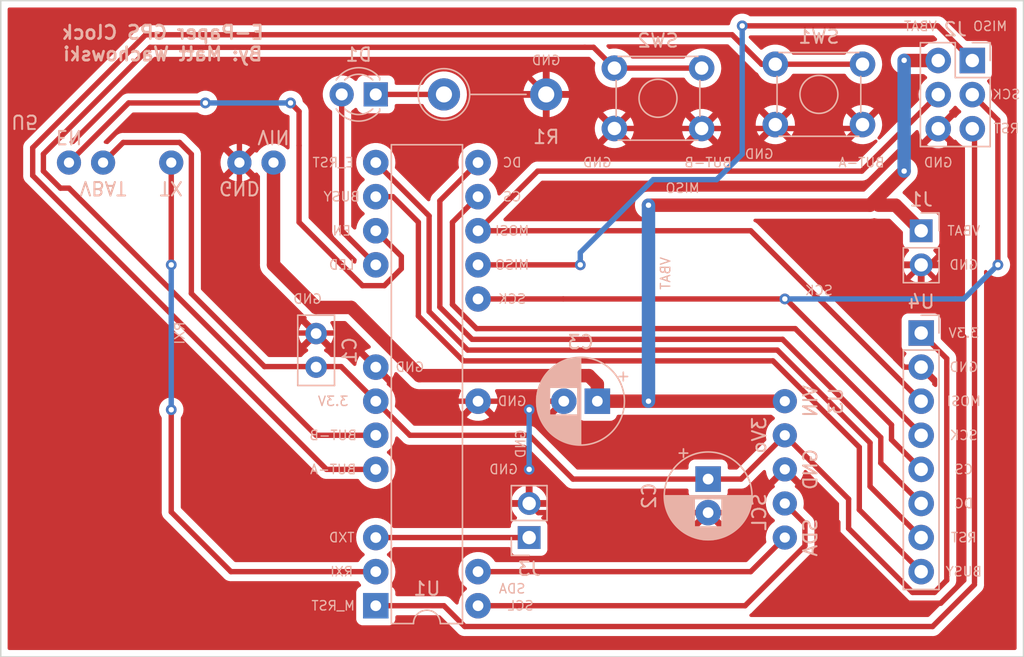
<source format=kicad_pcb>
(kicad_pcb (version 20211014) (generator pcbnew)
  (layers (0 "F.Cu" signal) (31 "B.Cu" signal) (34 "B.Paste" user) (35 "F.Paste" user) (36 "B.SilkS" user "B.Silkscreen") (37 "F.SilkS" user "F.Silkscreen") (38 "B.Mask" user) (39 "F.Mask" user) (44 "Edge.Cuts" user))
  (net 0 "")
  (net 1 "/M_RST")
  (net 2 "/RXI")
  (net 3 "Net-(D1-Pad2)")
  (net 4 "/BUT_A")
  (net 5 "/BUT_B")
  (net 6 "/3.3V")
  (net 7 "GND")
  (net 8 "/EN")
  (net 9 "Net-(D1-Pad1)")
  (net 10 "/BUSY")
  (net 11 "/E_RST")
  (net 12 "/DC")
  (net 13 "/CS")
  (net 14 "/MOSI")
  (net 15 "/MISO")
  (net 16 "/SCK")
  (net 17 "/SDA")
  (net 18 "/SCL")
  (net 19 "/VBAT")
  (net 20 "/TXD")
  (footprint "Button_Switch_THT:SW_TH_Tactile_Omron_B3F-10xx" (layer "B.Cu") (at 115.72 92.02 180)
    (fp_text reference "SW2" (at 3.25 2.05) (layer "B.SilkS") (effects (justify mirror)))
    (fp_text value "SW_Push")
    (pad "1" thru_hole circle (at 6.5 0 180) (size 1.9 1.9) (drill 1) (layers *.Cu *.Mask) (net 5 "/BUT_B"))
    (pad "1" thru_hole circle (at 0 0 180) (size 1.9 1.9) (drill 1) (layers *.Cu *.Mask) (net 5 "/BUT_B"))
    (pad "2" thru_hole circle (at 6.5 -4.5 180) (size 1.9 1.9) (drill 1) (layers *.Cu *.Mask) (net 7 "GND"))
    (pad "2" thru_hole circle (at 0 -4.5 180) (size 1.9 1.9) (drill 1) (layers *.Cu *.Mask) (net 7 "GND"))
  )
  (footprint "Connector_PinHeader_2.54mm:PinHeader_2x03_P2.54mm_Vertical" (layer "B.Cu") (at 135.89 91.455 180)
    (fp_text reference "J2" (at 1.27 2.33) (layer "B.SilkS") (effects (justify mirror)))
    (fp_text value "ISP")
    (pad "1" thru_hole rect (at 0 0 180) (size 1.9 1.9) (drill 1) (layers *.Cu *.Mask) (net 15 "/MISO"))
    (pad "2" thru_hole circle (at 2.54 0 180) (size 1.9 1.9) (drill 1) (layers *.Cu *.Mask) (net 19 "/VBAT"))
    (pad "3" thru_hole circle (at 0 -2.54 180) (size 1.9 1.9) (drill 1) (layers *.Cu *.Mask) (net 16 "/SCK"))
    (pad "4" thru_hole circle (at 2.54 -2.54 180) (size 1.9 1.9) (drill 1) (layers *.Cu *.Mask) (net 14 "/MOSI"))
    (pad "5" thru_hole circle (at 0 -5.08 180) (size 1.9 1.9) (drill 1) (layers *.Cu *.Mask) (net 1 "/M_RST"))
    (pad "6" thru_hole circle (at 2.54 -5.08 180) (size 1.9 1.9) (drill 1) (layers *.Cu *.Mask) (net 7 "GND"))
  )
  (footprint "Matt:Adafruit_GPS_V3" (layer "B.Cu") (at 66.04 99.06)
    (fp_text reference "U5" (at -0.762 -3.048 180 unlocked) (layer "B.SilkS") (effects (justify mirror)))
    (fp_text value "Adafruit_GPS_V3")
    (fp_text user "EN" (at 2.54 -1.905 180 unlocked) (layer "B.SilkS") (effects (justify mirror)))
    (fp_text user "TX" (at 10.16 1.905 180 unlocked) (layer "B.SilkS") (effects (justify mirror)))
    (fp_text user "GND" (at 15.24 1.905 180 unlocked) (layer "B.SilkS") (effects (justify mirror)))
    (fp_text user "VBAT" (at 5.08 1.905 180 unlocked) (layer "B.SilkS") (effects (justify mirror)))
    (fp_text user "VIN" (at 17.78 -1.905 180 unlocked) (layer "B.SilkS") (effects (justify mirror)))
    (pad "2" thru_hole circle (at 2.54 0) (size 1.8 1.8) (drill 0.762) (layers *.Cu *.Mask) (net 8 "/EN"))
    (pad "3" thru_hole circle (at 5.08 0) (size 1.8 1.8) (drill 0.762) (layers *.Cu *.Mask) (net 6 "/3.3V"))
    (pad "5" thru_hole circle (at 10.16 0) (size 1.8 1.8) (drill 0.762) (layers *.Cu *.Mask) (net 2 "/RXI"))
    (pad "7" thru_hole circle (at 15.24 0) (size 1.8 1.8) (drill 0.762) (layers *.Cu *.Mask) (net 7 "GND"))
    (pad "8" thru_hole circle (at 17.78 0) (size 1.8 1.8) (drill 0.762) (layers *.Cu *.Mask) (net 19 "/VBAT"))
  )
  (footprint "Connector_PinHeader_2.54mm:PinHeader_1x02_P2.54mm_Vertical" (layer "B.Cu") (at 102.87 127)
    (fp_text reference "J3" (at 0 2.33) (layer "B.SilkS") (effects (justify mirror)))
    (fp_text value "UART Debug")
    (pad "1" thru_hole rect (at 0 0) (size 1.7 1.7) (drill 1) (layers *.Cu *.Mask) (net 20 "/TXD"))
    (pad "2" thru_hole oval (at 0 -2.54) (size 1.7 1.7) (drill 1) (layers *.Cu *.Mask) (net 7 "GND"))
  )
  (footprint "Matt:Adafruit_MS8607" (layer "B.Cu") (at 121.92 116.84 -90)
    (fp_text reference "U3" (at 0 -3.81 90 unlocked) (layer "B.SilkS") (effects (justify mirror)))
    (fp_text value "Adafruit_MS8607")
    (fp_text user "GND" (at 5.08 -1.905 90 unlocked) (layer "B.SilkS") (effects (justify mirror)))
    (fp_text user "SDA" (at 10.16 -1.905 90 unlocked) (layer "B.SilkS") (effects (justify mirror)))
    (fp_text user "SCL" (at 8.255 1.905 90 unlocked) (layer "B.SilkS") (effects (justify mirror)))
    (fp_text user "VIN" (at 0 -1.905 90 unlocked) (layer "B.SilkS") (effects (justify mirror)))
    (fp_text user "3Vo" (at 2.54 1.905 90 unlocked) (layer "B.SilkS") (effects (justify mirror)))
    (pad "1" thru_hole circle (at 0 0 270) (size 1.8 1.8) (drill 0.762) (layers *.Cu *.Mask) (net 19 "/VBAT"))
    (pad "2" thru_hole circle (at 2.54 0 270) (size 1.8 1.8) (drill 0.762) (layers *.Cu *.Mask) (net 6 "/3.3V"))
    (pad "3" thru_hole circle (at 5.08 0 270) (size 1.8 1.8) (drill 0.762) (layers *.Cu *.Mask) (net 7 "GND"))
    (pad "4" thru_hole circle (at 7.62 0 270) (size 1.8 1.8) (drill 0.762) (layers *.Cu *.Mask) (net 18 "/SCL"))
    (pad "5" thru_hole circle (at 10.16 0 270) (size 1.8 1.8) (drill 0.762) (layers *.Cu *.Mask) (net 17 "/SDA"))
  )
  (footprint "LED_THT:LED_D3.0mm" (layer "B.Cu") (at 91.44 93.98 180)
    (fp_text reference "D1" (at 1.27 2.96) (layer "B.SilkS") (effects (justify mirror)))
    (fp_text value "LED")
    (pad "1" thru_hole rect (at 0 0 180) (size 1.8 1.8) (drill 0.9) (layers *.Cu *.Mask) (net 9 "Net-(D1-Pad1)"))
    (pad "2" thru_hole circle (at 2.54 0 180) (size 1.8 1.8) (drill 0.9) (layers *.Cu *.Mask) (net 3 "Net-(D1-Pad2)"))
  )
  (footprint "Resistor_THT:R_Axial_DIN0411_L9.9mm_D3.6mm_P7.62mm_Vertical" (layer "B.Cu") (at 96.52 93.98)
    (fp_text reference "R1" (at 7.62 3.175) (layer "B.SilkS") (effects (justify mirror)))
    (fp_text value "10k")
    (pad "1" thru_hole circle (at 0 0) (size 2.4 2.4) (drill 1.2) (layers *.Cu *.Mask) (net 9 "Net-(D1-Pad1)"))
    (pad "2" thru_hole oval (at 7.62 0) (size 2.4 2.4) (drill 1.2) (layers *.Cu *.Mask) (net 7 "GND"))
  )
  (footprint "Button_Switch_THT:SW_TH_Tactile_Omron_B3F-10xx" (layer "B.Cu") (at 127.71 91.73 180)
    (fp_text reference "SW1" (at 3.25 2.05) (layer "B.SilkS") (effects (justify mirror)))
    (fp_text value "SW_Push")
    (pad "1" thru_hole circle (at 0 0 180) (size 1.9 1.9) (drill 1) (layers *.Cu *.Mask) (net 4 "/BUT_A"))
    (pad "1" thru_hole circle (at 6.5 0 180) (size 1.9 1.9) (drill 1) (layers *.Cu *.Mask) (net 4 "/BUT_A"))
    (pad "2" thru_hole circle (at 6.5 -4.5 180) (size 1.9 1.9) (drill 1) (layers *.Cu *.Mask) (net 7 "GND"))
    (pad "2" thru_hole circle (at 0 -4.5 180) (size 1.9 1.9) (drill 1) (layers *.Cu *.Mask) (net 7 "GND"))
  )
  (footprint "Capacitor_THT:C_Disc_D5.0mm_W2.5mm_P2.50mm" (layer "B.Cu") (at 86.995 114.3 90)
    (fp_text reference "C1" (at 1.25 2.5 90) (layer "B.SilkS") (effects (justify mirror)))
    (fp_text value "100n")
    (pad "1" thru_hole circle (at 0 0 90) (size 1.6 1.6) (drill 0.8) (layers *.Cu *.Mask) (net 6 "/3.3V"))
    (pad "2" thru_hole circle (at 2.5 0 90) (size 1.6 1.6) (drill 0.8) (layers *.Cu *.Mask) (net 7 "GND"))
  )
  (footprint "Connector_PinHeader_2.54mm:PinHeader_1x08_P2.54mm_Vertical" (layer "B.Cu") (at 132.08 111.76 180)
    (fp_text reference "U4" (at 0 2.33) (layer "B.SilkS") (effects (justify mirror)))
    (fp_text value "E-Paper_Header")
    (pad "1" thru_hole rect (at 0 0 180) (size 1.9 1.9) (drill 1) (layers *.Cu *.Mask) (net 6 "/3.3V"))
    (pad "2" thru_hole circle (at 0 -2.54 180) (size 1.9 1.9) (drill 1) (layers *.Cu *.Mask) (net 7 "GND"))
    (pad "3" thru_hole circle (at 0 -5.08 180) (size 1.9 1.9) (drill 1) (layers *.Cu *.Mask) (net 14 "/MOSI"))
    (pad "4" thru_hole circle (at 0 -7.62 180) (size 1.9 1.9) (drill 1) (layers *.Cu *.Mask) (net 16 "/SCK"))
    (pad "5" thru_hole circle (at 0 -10.16 180) (size 1.9 1.9) (drill 1) (layers *.Cu *.Mask) (net 13 "/CS"))
    (pad "6" thru_hole circle (at 0 -12.7 180) (size 1.9 1.9) (drill 1) (layers *.Cu *.Mask) (net 12 "/DC"))
    (pad "7" thru_hole circle (at 0 -15.24 180) (size 1.9 1.9) (drill 1) (layers *.Cu *.Mask) (net 11 "/E_RST"))
    (pad "8" thru_hole circle (at 0 -17.78 180) (size 1.9 1.9) (drill 1) (layers *.Cu *.Mask) (net 10 "/BUSY"))
  )
  (footprint "Capacitor_THT:CP_Radial_D6.3mm_P2.50mm" (layer "B.Cu") (at 107.95 116.84 180)
    (fp_text reference "C3" (at 1.25 4.4) (layer "B.SilkS") (effects (justify mirror)))
    (fp_text value "10u")
    (pad "1" thru_hole rect (at 0 0 180) (size 1.9 1.9) (drill 0.8) (layers *.Cu *.Mask) (net 19 "/VBAT"))
    (pad "2" thru_hole circle (at 2.5 0 180) (size 1.9 1.9) (drill 0.8) (layers *.Cu *.Mask) (net 7 "GND"))
  )
  (footprint "Capacitor_THT:CP_Radial_D6.3mm_P2.50mm" (layer "B.Cu") (at 116.205 122.642621 -90)
    (fp_text reference "C2" (at 1.25 4.4 90) (layer "B.SilkS") (effects (justify mirror)))
    (fp_text value "10u")
    (pad "1" thru_hole rect (at 0 0 270) (size 1.9 1.9) (drill 0.8) (layers *.Cu *.Mask) (net 6 "/3.3V"))
    (pad "2" thru_hole circle (at 2.5 0 270) (size 1.9 1.9) (drill 0.8) (layers *.Cu *.Mask) (net 7 "GND"))
  )
  (footprint "Package_DIP:DIP-28_W7.62mm" (layer "B.Cu") (at 91.44 132.08)
    (fp_text reference "U1" (at 3.81 -1.27 180) (layer "B.SilkS") (effects (justify mirror)))
    (fp_text value "ATmega328P-P")
    (pad "1" thru_hole rect (at 0 0) (size 1.9 1.9) (drill 0.8) (layers *.Cu *.Mask) (net 1 "/M_RST"))
    (pad "2" thru_hole circle (at 0 -2.54) (size 1.9 1.9) (drill 0.8) (layers *.Cu *.Mask) (net 2 "/RXI"))
    (pad "3" thru_hole circle (at 0 -5.08) (size 1.9 1.9) (drill 0.8) (layers *.Cu *.Mask) (net 20 "/TXD"))
    (pad "5" thru_hole circle (at 0 -10.16) (size 1.9 1.9) (drill 0.8) (layers *.Cu *.Mask) (net 4 "/BUT_A"))
    (pad "6" thru_hole circle (at 0 -12.7) (size 1.9 1.9) (drill 0.8) (layers *.Cu *.Mask) (net 5 "/BUT_B"))
    (pad "7" thru_hole circle (at 0 -15.24) (size 1.9 1.9) (drill 0.8) (layers *.Cu *.Mask) (net 6 "/3.3V"))
    (pad "8" thru_hole circle (at 0 -17.78) (size 1.9 1.9) (drill 0.8) (layers *.Cu *.Mask) (net 7 "GND"))
    (pad "11" thru_hole circle (at 0 -25.4) (size 1.9 1.9) (drill 0.8) (layers *.Cu *.Mask) (net 3 "Net-(D1-Pad2)"))
    (pad "12" thru_hole circle (at 0 -27.94) (size 1.9 1.9) (drill 0.8) (layers *.Cu *.Mask) (net 8 "/EN"))
    (pad "13" thru_hole circle (at 0 -30.48) (size 1.9 1.9) (drill 0.8) (layers *.Cu *.Mask) (net 10 "/BUSY"))
    (pad "14" thru_hole circle (at 0 -33.02) (size 1.9 1.9) (drill 0.8) (layers *.Cu *.Mask) (net 11 "/E_RST"))
    (pad "15" thru_hole circle (at 7.62 -33.02) (size 1.9 1.9) (drill 0.8) (layers *.Cu *.Mask) (net 12 "/DC"))
    (pad "16" thru_hole circle (at 7.62 -30.48) (size 1.9 1.9) (drill 0.8) (layers *.Cu *.Mask) (net 13 "/CS"))
    (pad "17" thru_hole circle (at 7.62 -27.94) (size 1.9 1.9) (drill 0.8) (layers *.Cu *.Mask) (net 14 "/MOSI"))
    (pad "18" thru_hole circle (at 7.62 -25.4) (size 1.9 1.9) (drill 0.8) (layers *.Cu *.Mask) (net 15 "/MISO"))
    (pad "19" thru_hole circle (at 7.62 -22.86) (size 1.9 1.9) (drill 0.8) (layers *.Cu *.Mask) (net 16 "/SCK"))
    (pad "22" thru_hole circle (at 7.62 -15.24) (size 1.9 1.9) (drill 0.8) (layers *.Cu *.Mask) (net 7 "GND"))
    (pad "27" thru_hole circle (at 7.62 -2.54) (size 1.9 1.9) (drill 0.8) (layers *.Cu *.Mask) (net 17 "/SDA"))
    (pad "28" thru_hole circle (at 7.62 0) (size 1.9 1.9) (drill 0.8) (layers *.Cu *.Mask) (net 18 "/SCL"))
  )
  (footprint "Connector_PinHeader_2.54mm:PinHeader_1x02_P2.54mm_Vertical" (layer "B.Cu") (at 132.08 104.14 180)
    (fp_text reference "J1" (at 0 2.33) (layer "B.SilkS") (effects (justify mirror)))
    (fp_text value "AAA Input (4-6V)")
    (pad "1" thru_hole rect (at 0 0 180) (size 1.7 1.7) (drill 1) (layers *.Cu *.Mask) (net 19 "/VBAT"))
    (pad "2" thru_hole oval (at 0 -2.54 180) (size 1.7 1.7) (drill 1) (layers *.Cu *.Mask) (net 7 "GND"))
  )
  (gr_line (start 63.5 86.995) (end 139.7 86.995) (layer "Edge.Cuts") (width 0.1))
  (gr_line (start 139.7 135.89) (end 139.7 86.995) (layer "Edge.Cuts") (width 0.1))
  (gr_line (start 63.5 135.89) (end 139.7 135.89) (layer "Edge.Cuts") (width 0.1))
  (gr_line (start 63.5 86.995) (end 63.5 135.89) (layer "Edge.Cuts") (width 0.1))
  (gr_text "GND" (at 93.98 114.3) (layer "B.SilkS") (effects (font (size 0.7 0.7) (thickness 0.1)) (justify mirror)))
  (gr_text "GND" (at 86.36 109.22) (layer "B.SilkS") (effects (font (size 0.7 0.7) (thickness 0.1)) (justify mirror)))
  (gr_text "SCK" (at 138.43 93.98) (layer "B.SilkS") (effects (font (size 0.7 0.7) (thickness 0.1)) (justify mirror)))
  (gr_text "TXD" (at 88.9 127) (layer "B.SilkS") (effects (font (size 0.7 0.7) (thickness 0.1)) (justify mirror)))
  (gr_text "GND" (at 104.14 91.44) (layer "B.SilkS") (effects (font (size 0.7 0.7) (thickness 0.1)) (justify mirror)))
  (gr_text "RST" (at 135.255 127) (layer "B.SilkS") (effects (font (size 0.7 0.7) (thickness 0.1)) (justify mirror)))
  (gr_text "3.3V" (at 88.265 116.84) (layer "B.SilkS") (effects (font (size 0.7 0.7) (thickness 0.1)) (justify mirror)))
  (gr_text "SCL" (at 102.235 132.08) (layer "B.SilkS") (effects (font (size 0.7 0.7) (thickness 0.1)) (justify mirror)))
  (gr_text "E-Paper GPS Clock\nBy: Matt Wachowski" (at 75.565 90.17) (layer "B.SilkS") (effects (font (size 1 1) (thickness 0.2)) (justify mirror)))
  (gr_text "RXI" (at 88.9 129.54) (layer "B.SilkS") (effects (font (size 0.7 0.7) (thickness 0.1)) (justify mirror)))
  (gr_text "BUT-A" (at 127.635 99.06) (layer "B.SilkS") (effects (font (size 0.7 0.7) (thickness 0.1)) (justify mirror)))
  (gr_text "DC" (at 135.255 124.46) (layer "B.SilkS") (effects (font (size 0.7 0.7) (thickness 0.1)) (justify mirror)))
  (gr_text "SCK" (at 124.46 108.585) (layer "B.SilkS") (effects (font (size 0.7 0.7) (thickness 0.1)) (justify mirror)))
  (gr_text "GND" (at 102.235 120.015 90) (layer "B.SilkS") (effects (font (size 0.7 0.7) (thickness 0.1)) (justify mirror)))
  (gr_text "BUSY" (at 88.9 101.6) (layer "B.SilkS") (effects (font (size 0.7 0.7) (thickness 0.1)) (justify mirror)))
  (gr_text "DC" (at 101.6 99.06) (layer "B.SilkS") (effects (font (size 0.7 0.7) (thickness 0.1)) (justify mirror)))
  (gr_text "SDA" (at 101.6 130.81) (layer "B.SilkS") (effects (font (size 0.7 0.7) (thickness 0.1)) (justify mirror)))
  (gr_text "GND" (at 135.255 106.68) (layer "B.SilkS") (effects (font (size 0.7 0.7) (thickness 0.1)) (justify mirror)))
  (gr_text "MISO" (at 137.22 88.9) (layer "B.SilkS") (effects (font (size 0.7 0.7) (thickness 0.1)) (justify mirror)))
  (gr_text "SCK" (at 135.255 119.38) (layer "B.SilkS") (effects (font (size 0.7 0.7) (thickness 0.1)) (justify mirror)))
  (gr_text "GND" (at 135.255 114.3) (layer "B.SilkS") (effects (font (size 0.7 0.7) (thickness 0.1)) (justify mirror)))
  (gr_text "GND" (at 100.965 121.92) (layer "B.SilkS") (effects (font (size 0.7 0.7) (thickness 0.1)) (justify mirror)))
  (gr_text "RXI" (at 76.835 111.76 90) (layer "B.SilkS") (effects (font (size 0.7 0.7) (thickness 0.1)) (justify mirror)))
  (gr_text "BUT-A" (at 88.265 121.92) (layer "B.SilkS") (effects (font (size 0.7 0.7) (thickness 0.1)) (justify mirror)))
  (gr_text "M_RST" (at 88.265 132.08) (layer "B.SilkS") (effects (font (size 0.7 0.7) (thickness 0.1)) (justify mirror)))
  (gr_text "RST" (at 138.43 96.52) (layer "B.SilkS") (effects (font (size 0.7 0.7) (thickness 0.1)) (justify mirror)))
  (gr_text "VBAT" (at 132.02 88.9) (layer "B.SilkS") (effects (font (size 0.7 0.7) (thickness 0.1)) (justify mirror)))
  (gr_text "GND" (at 101.6 116.84) (layer "B.SilkS") (effects (font (size 0.7 0.7) (thickness 0.1)) (justify mirror)))
  (gr_text "MOSI" (at 135.255 116.84) (layer "B.SilkS") (effects (font (size 0.7 0.7) (thickness 0.1)) (justify mirror)))
  (gr_text "MISO" (at 101.6 106.68) (layer "B.SilkS") (effects (font (size 0.7 0.7) (thickness 0.1)) (justify mirror)))
  (gr_text "E_RST" (at 88.265 99.06) (layer "B.SilkS") (effects (font (size 0.7 0.7) (thickness 0.1)) (justify mirror)))
  (gr_text "LED" (at 88.9 106.68) (layer "B.SilkS") (effects (font (size 0.7 0.7) (thickness 0.1)) (justify mirror)))
  (gr_text "CS" (at 135.255 121.92) (layer "B.SilkS") (effects (font (size 0.7 0.7) (thickness 0.1)) (justify mirror)))
  (gr_text "EN" (at 88.9 104.14) (layer "B.SilkS") (effects (font (size 0.7 0.7) (thickness 0.1)) (justify mirror)))
  (gr_text "GND" (at 107.95 99.06) (layer "B.SilkS") (effects (font (size 0.7 0.7) (thickness 0.1)) (justify mirror)))
  (gr_text "CS" (at 101.6 101.6) (layer "B.SilkS") (effects (font (size 0.7 0.7) (thickness 0.1)) (justify mirror)))
  (gr_text "SCK" (at 101.6 109.22) (layer "B.SilkS") (effects (font (size 0.7 0.7) (thickness 0.1)) (justify mirror)))
  (gr_text "BUSY" (at 135.255 129.54) (layer "B.SilkS") (effects (font (size 0.7 0.7) (thickness 0.1)) (justify mirror)))
  (gr_text "GND" (at 133.35 99.06) (layer "B.SilkS") (effects (font (size 0.7 0.7) (thickness 0.1)) (justify mirror)))
  (gr_text "BUT-B" (at 116.205 99.06) (layer "B.SilkS") (effects (font (size 0.7 0.7) (thickness 0.1)) (justify mirror)))
  (gr_text "VBAT" (at 135.255 104.14) (layer "B.SilkS") (effects (font (size 0.7 0.7) (thickness 0.1)) (justify mirror)))
  (gr_text "VBAT" (at 113.03 107.315 90) (layer "B.SilkS") (effects (font (size 0.7 0.7) (thickness 0.1)) (justify mirror)))
  (gr_text "GND" (at 120.015 98.425) (layer "B.SilkS") (effects (font (size 0.7 0.7) (thickness 0.1)) (justify mirror)))
  (gr_text "MOSI" (at 101.6 104.14) (layer "B.SilkS") (effects (font (size 0.7 0.7) (thickness 0.1)) (justify mirror)))
  (gr_text "MISO" (at 114.3 100.965) (layer "B.SilkS") (effects (font (size 0.7 0.7) (thickness 0.1)) (justify mirror)))
  (gr_text "BUT-B" (at 88.265 119.38) (layer "B.SilkS") (effects (font (size 0.7 0.7) (thickness 0.1)) (justify mirror)))
  (gr_text "3.3V" (at 135.255 111.76) (layer "B.SilkS") (effects (font (size 0.7 0.7) (thickness 0.1)) (justify mirror)))
  (segment (start 136.05452 130.366864) (end 136.05452 96.69452) (width 0.4) (layer "F.Cu") (net 1))
  (segment (start 96.52 132.08) (end 98.069511 133.629511) (width 0.4) (layer "F.Cu") (net 1))
  (segment (start 98.069511 133.629511) (end 132.931181 133.629511) (width 0.4) (layer "F.Cu") (net 1))
  (segment (start 91.44 132.08) (end 96.52 132.08) (width 0.4) (layer "F.Cu") (net 1))
  (segment (start 136.05452 96.69452) (end 135.895 96.535) (width 0.4) (layer "F.Cu") (net 1))
  (segment (start 132.931181 133.629511) (end 136.05452 130.506172) (width 0.4) (layer "F.Cu") (net 1))
  (segment (start 76.2 125.095) (end 76.2 117.475) (width 0.4) (layer "F.Cu") (net 2))
  (segment (start 91.44 129.54) (end 80.645 129.54) (width 0.4) (layer "F.Cu") (net 2))
  (segment (start 80.645 129.54) (end 76.2 125.095) (width 0.4) (layer "F.Cu") (net 2))
  (segment (start 76.2 106.68) (end 76.2 99.06) (width 0.4) (layer "F.Cu") (net 2))
  (via (at 76.2 117.475) (size 0.8) (drill 0.4) (layers "F.Cu" "B.Cu") (net 2))
  (via (at 76.2 106.68) (size 0.8) (drill 0.4) (layers "F.Cu" "B.Cu") (net 2))
  (segment (start 76.2 117.475) (end 76.2 106.68) (width 0.4) (layer "B.Cu") (net 2))
  (segment (start 88.9 104.14) (end 88.9 93.98) (width 0.4) (layer "F.Cu") (net 3))
  (segment (start 91.44 106.68) (end 88.9 104.14) (width 0.4) (layer "F.Cu") (net 3))
  (segment (start 117.995008 89.535) (end 120.190008 91.73) (width 0.4) (layer "F.Cu") (net 4))
  (segment (start 65.87548 100.026172) (end 65.87548 97.95452) (width 0.4) (layer "F.Cu") (net 4))
  (segment (start 87.769308 121.92) (end 65.87548 100.026172) (width 0.4) (layer "F.Cu") (net 4))
  (segment (start 91.44 121.92) (end 87.769308 121.92) (width 0.4) (layer "F.Cu") (net 4))
  (segment (start 120.190008 91.73) (end 121.21 91.73) (width 0.4) (layer "F.Cu") (net 4))
  (segment (start 74.295 89.535) (end 117.995008 89.535) (width 0.4) (layer "F.Cu") (net 4))
  (segment (start 65.87548 97.95452) (end 74.295 89.535) (width 0.4) (layer "F.Cu") (net 4))
  (segment (start 121.21 91.73) (end 127.71 91.73) (width 0.4) (layer "F.Cu") (net 4))
  (segment (start 107.670489 90.470489) (end 109.22 92.02) (width 0.4) (layer "F.Cu") (net 5))
  (segment (start 67.945 100.965) (end 66.675 99.695) (width 0.4) (layer "F.Cu") (net 5))
  (segment (start 66.675 98.425) (end 74.629511 90.470489) (width 0.4) (layer "F.Cu") (net 5))
  (segment (start 68.58 100.965) (end 67.945 100.965) (width 0.4) (layer "F.Cu") (net 5))
  (segment (start 86.995 119.38) (end 68.58 100.965) (width 0.4) (layer "F.Cu") (net 5))
  (segment (start 66.675 99.695) (end 66.675 98.425) (width 0.4) (layer "F.Cu") (net 5))
  (segment (start 107.014511 90.470489) (end 107.670489 90.470489) (width 0.4) (layer "F.Cu") (net 5))
  (segment (start 109.22 92.02) (end 115.72 92.02) (width 0.4) (layer "F.Cu") (net 5))
  (segment (start 74.629511 90.470489) (end 107.014511 90.470489) (width 0.4) (layer "F.Cu") (net 5))
  (segment (start 91.44 119.38) (end 86.995 119.38) (width 0.4) (layer "F.Cu") (net 5))
  (segment (start 116.205 122.642621) (end 106.132621 122.642621) (width 0.4) (layer "F.Cu") (net 6))
  (segment (start 131.43817 131.089511) (end 133.070489 131.089511) (width 0.4) (layer "F.Cu") (net 6))
  (segment (start 102.87 119.38) (end 93.98 119.38) (width 0.4) (layer "F.Cu") (net 6))
  (segment (start 121.92 119.38) (end 118.657379 122.642621) (width 0.4) (layer "F.Cu") (net 6))
  (segment (start 88.86 114.26) (end 91.44 116.84) (width 0.4) (layer "F.Cu") (net 6))
  (segment (start 121.92 119.38) (end 126.67096 124.13096) (width 0.4) (layer "F.Cu") (net 6))
  (segment (start 126.67096 124.13096) (end 126.67096 126.322301) (width 0.4) (layer "F.Cu") (net 6))
  (segment (start 77.699511 108.814511) (end 77.699511 98.438881) (width 0.4) (layer "F.Cu") (net 6))
  (segment (start 133.985 113.665) (end 132.08 111.76) (width 0.4) (layer "F.Cu") (net 6))
  (segment (start 87.63 114.26) (end 88.86 114.26) (width 0.4) (layer "F.Cu") (net 6))
  (segment (start 77.699511 98.438881) (end 76.821119 97.560489) (width 0.4) (layer "F.Cu") (net 6))
  (segment (start 106.132621 122.642621) (end 102.87 119.38) (width 0.4) (layer "F.Cu") (net 6))
  (segment (start 83.145 114.26) (end 77.699511 108.814511) (width 0.4) (layer "F.Cu") (net 6))
  (segment (start 76.821119 97.560489) (end 72.619511 97.560489) (width 0.4) (layer "F.Cu") (net 6))
  (segment (start 133.070489 131.089511) (end 133.985 130.175) (width 0.4) (layer "F.Cu") (net 6))
  (segment (start 133.985 130.175) (end 133.985 113.665) (width 0.4) (layer "F.Cu") (net 6))
  (segment (start 126.67096 126.322301) (end 131.43817 131.089511) (width 0.4) (layer "F.Cu") (net 6))
  (segment (start 93.98 119.38) (end 91.44 116.84) (width 0.4) (layer "F.Cu") (net 6))
  (segment (start 118.657379 122.642621) (end 116.205 122.642621) (width 0.4) (layer "F.Cu") (net 6))
  (segment (start 72.619511 97.560489) (end 71.12 99.06) (width 0.4) (layer "F.Cu") (net 6))
  (segment (start 87.63 114.26) (end 83.145 114.26) (width 0.4) (layer "F.Cu") (net 6))
  (segment (start 130.175 108.585) (end 130.175 113.665) (width 0.4) (layer "F.Cu") (net 7))
  (segment (start 133.228533 110.009511) (end 133.228533 107.828533) (width 0.4) (layer "F.Cu") (net 7))
  (segment (start 81.28 95.25) (end 85.09 91.44) (width 0.4) (layer "F.Cu") (net 7))
  (segment (start 131.106998 131.889031) (end 133.540969 131.889031) (width 0.4) (layer "F.Cu") (net 7))
  (segment (start 87.63 111.76) (end 88.9 111.76) (width 0.4) (layer "F.Cu") (net 7))
  (segment (start 125.87144 125.87144) (end 125.87144 126.653473) (width 0.4) (layer "F.Cu") (net 7))
  (segment (start 133.355 96.535) (end 134.205 97.385) (width 0.4) (layer "F.Cu") (net 7))
  (segment (start 130.81 114.3) (end 132.08 114.3) (width 0.4) (layer "F.Cu") (net 7))
  (segment (start 102.87 116.84) (end 105.45 116.84) (width 0.4) (layer "F.Cu") (net 7))
  (segment (start 99.06 116.84) (end 102.235 116.84) (width 0.4) (layer "F.Cu") (net 7))
  (segment (start 121.92 121.92) (end 118.697379 125.142621) (width 0.4) (layer "F.Cu") (net 7))
  (segment (start 132.08 106.68) (end 130.175 108.585) (width 0.4) (layer "F.Cu") (net 7))
  (segment (start 134.205 97.385) (end 134.205 105.19) (width 0.4) (layer "F.Cu") (net 7))
  (segment (start 109.22 96.52) (end 127.42 96.52) (width 0.4) (layer "F.Cu") (net 7))
  (segment (start 103.552621 125.142621) (end 102.87 124.46) (width 0.4) (layer "F.Cu") (net 7))
  (segment (start 102.87 121.92) (end 102.87 124.46) (width 0.4) (layer "F.Cu") (net 7))
  (segment (start 135.255 112.035978) (end 133.228533 110.009511) (width 0.4) (layer "F.Cu") (net 7))
  (segment (start 118.697379 125.142621) (end 116.205 125.142621) (width 0.4) (layer "F.Cu") (net 7))
  (segment (start 82.55 111.76) (end 81.28 110.49) (width 0.4) (layer "F.Cu") (net 7))
  (segment (start 93.98 116.84) (end 99.06 116.84) (width 0.4) (layer "F.Cu") (net 7))
  (segment (start 121.92 121.92) (end 125.87144 125.87144) (width 0.4) (layer "F.Cu") (net 7))
  (segment (start 81.28 106.68) (end 81.28 99.06) (width 0.4) (layer "F.Cu") (net 7))
  (segment (start 81.28 99.06) (end 81.28 95.25) (width 0.4) (layer "F.Cu") (net 7))
  (segment (start 102.87 117.475) (end 102.87 116.84) (width 0.4) (layer "F.Cu") (net 7))
  (segment (start 102.235 116.84) (end 102.87 116.84) (width 0.4) (layer "F.Cu") (net 7))
  (segment (start 135.255 130.175) (end 135.255 112.035978) (width 0.4) (layer "F.Cu") (net 7))
  (segment (start 127.42 96.52) (end 127.71 96.23) (width 0.4) (layer "F.Cu") (net 7))
  (segment (start 133.540969 131.889031) (end 135.255 130.175) (width 0.4) (layer "F.Cu") (net 7))
  (segment (start 132.715 106.68) (end 132.08 106.68) (width 0.4) (layer "F.Cu") (net 7))
  (segment (start 87.63 111.76) (end 82.55 111.76) (width 0.4) (layer "F.Cu") (net 7))
  (segment (start 86.36 91.44) (end 101.6 91.44) (width 0.4) (layer "F.Cu") (net 7))
  (segment (start 116.205 125.142621) (end 103.552621 125.142621) (width 0.4) (layer "F.Cu") (net 7))
  (segment (start 133.228533 107.828533) (end 132.08 106.68) (width 0.4) (layer "F.Cu") (net 7))
  (segment (start 101.6 91.44) (end 104.14 93.98) (width 0.4) (layer "F.Cu") (net 7))
  (segment (start 81.28 110.49) (end 81.28 106.68) (width 0.4) (layer "F.Cu") (net 7))
  (segment (start 88.9 111.76) (end 91.44 114.3) (width 0.4) (layer "F.Cu") (net 7))
  (segment (start 85.244989 91.44) (end 86.36 91.44) (width 0.4) (layer "F.Cu") (net 7))
  (segment (start 125.87144 126.653473) (end 131.106998 131.889031) (width 0.4) (layer "F.Cu") (net 7))
  (segment (start 104.14 93.98) (end 106.68 93.98) (width 0.4) (layer "F.Cu") (net 7))
  (segment (start 134.205 105.19) (end 132.715 106.68) (width 0.4) (layer "F.Cu") (net 7))
  (segment (start 130.175 113.665) (end 130.81 114.3) (width 0.4) (layer "F.Cu") (net 7))
  (segment (start 106.68 93.98) (end 109.22 96.52) (width 0.4) (layer "F.Cu") (net 7))
  (segment (start 91.44 114.3) (end 93.98 116.84) (width 0.4) (layer "F.Cu") (net 7))
  (via (at 102.87 121.92) (size 0.8) (drill 0.4) (layers "F.Cu" "B.Cu") (net 7))
  (via (at 102.87 117.475) (size 0.8) (drill 0.4) (layers "F.Cu" "B.Cu") (net 7))
  (segment (start 102.87 117.475) (end 102.87 121.92) (width 0.4) (layer "B.Cu") (net 7))
  (segment (start 73.025 94.615) (end 68.58 99.06) (width 0.4) (layer "F.Cu") (net 8))
  (segment (start 85.725 103.505) (end 85.725 97.79) (width 0.4) (layer "F.Cu") (net 8))
  (segment (start 85.725 95.25) (end 85.09 94.615) (width 0.4) (layer "F.Cu") (net 8))
  (segment (start 93.345 106.045) (end 93.345 106.966341) (width 0.4) (layer "F.Cu") (net 8))
  (segment (start 78.74 94.615) (end 73.025 94.615) (width 0.4) (layer "F.Cu") (net 8))
  (segment (start 93.345 106.966341) (end 92.08183 108.229511) (width 0.4) (layer "F.Cu") (net 8))
  (segment (start 91.44 104.14) (end 93.345 106.045) (width 0.4) (layer "F.Cu") (net 8))
  (segment (start 85.725 97.79) (end 85.725 95.25) (width 0.4) (layer "F.Cu") (net 8))
  (segment (start 92.08183 108.229511) (end 90.449511 108.229511) (width 0.4) (layer "F.Cu") (net 8))
  (segment (start 90.449511 108.229511) (end 85.725 103.505) (width 0.4) (layer "F.Cu") (net 8))
  (via (at 85.09 94.615) (size 0.8) (drill 0.4) (layers "F.Cu" "B.Cu") (net 8))
  (via (at 78.74 94.615) (size 0.8) (drill 0.4) (layers "F.Cu" "B.Cu") (net 8))
  (segment (start 85.09 94.615) (end 78.74 94.615) (width 0.4) (layer "B.Cu") (net 8))
  (segment (start 91.44 93.98) (end 96.52 93.98) (width 0.4) (layer "F.Cu") (net 9))
  (segment (start 97.96048 113.83548) (end 121.03611 113.83548) (width 0.4) (layer "F.Cu") (net 10))
  (segment (start 132.08 129.54) (end 127.47048 124.93048) (width 0.4) (layer "F.Cu") (net 10))
  (segment (start 94.615 110.49) (end 94.615 103.505) (width 0.4) (layer "F.Cu") (net 10))
  (segment (start 127.47048 124.93048) (end 127.47048 120.26985) (width 0.4) (layer "F.Cu") (net 10))
  (segment (start 91.44 101.6) (end 92.71 101.6) (width 0.4) (layer "F.Cu") (net 10))
  (segment (start 121.03611 113.83548) (end 127.47048 120.26985) (width 0.4) (layer "F.Cu") (net 10))
  (segment (start 92.71 101.6) (end 94.615 103.505) (width 0.4) (layer "F.Cu") (net 10))
  (segment (start 97.96048 113.83548) (end 94.615 110.49) (width 0.4) (layer "F.Cu") (net 10))
  (segment (start 132.08 127) (end 128.27 123.19) (width 0.4) (layer "F.Cu") (net 11))
  (segment (start 98.285692 113.03) (end 95.41452 110.158828) (width 0.4) (layer "F.Cu") (net 11))
  (segment (start 95.41452 103.03452) (end 95.25 102.87) (width 0.4) (layer "F.Cu") (net 11))
  (segment (start 121.361322 113.03) (end 98.285692 113.03) (width 0.4) (layer "F.Cu") (net 11))
  (segment (start 95.41452 110.158828) (end 95.41452 103.03452) (width 0.4) (layer "F.Cu") (net 11))
  (segment (start 128.27 119.938678) (end 121.361322 113.03) (width 0.4) (layer "F.Cu") (net 11))
  (segment (start 128.27 123.19) (end 128.27 119.938678) (width 0.4) (layer "F.Cu") (net 11))
  (segment (start 91.44 99.06) (end 95.25 102.87) (width 0.4) (layer "F.Cu") (net 11))
  (segment (start 129.06952 119.54452) (end 121.75548 112.23048) (width 0.4) (layer "F.Cu") (net 12))
  (segment (start 129.06952 119.54452) (end 129.06952 121.44952) (width 0.4) (layer "F.Cu") (net 12))
  (segment (start 98.616864 112.23048) (end 96.21404 109.827656) (width 0.4) (layer "F.Cu") (net 12))
  (segment (start 121.75548 112.23048) (end 98.616864 112.23048) (width 0.4) (layer "F.Cu") (net 12))
  (segment (start 129.06952 121.44952) (end 132.08 124.46) (width 0.4) (layer "F.Cu") (net 12))
  (segment (start 96.21404 101.90596) (end 99.06 99.06) (width 0.4) (layer "F.Cu") (net 12))
  (segment (start 96.21404 109.827656) (end 96.21404 101.90596) (width 0.4) (layer "F.Cu") (net 12))
  (segment (start 122.69644 111.43096) (end 98.948036 111.43096) (width 0.4) (layer "F.Cu") (net 13))
  (segment (start 98.948036 111.43096) (end 97.155 109.637924) (width 0.4) (layer "F.Cu") (net 13))
  (segment (start 129.86904 118.60356) (end 122.69644 111.43096) (width 0.4) (layer "F.Cu") (net 13))
  (segment (start 97.155 109.637924) (end 97.155 103.505) (width 0.4) (layer "F.Cu") (net 13))
  (segment (start 97.155 103.505) (end 99.06 101.6) (width 0.4) (layer "F.Cu") (net 13))
  (segment (start 132.08 121.92) (end 129.86904 119.70904) (width 0.4) (layer "F.Cu") (net 13))
  (segment (start 129.86904 119.70904) (end 129.86904 118.60356) (width 0.4) (layer "F.Cu") (net 13))
  (segment (start 103.505 99.695) (end 99.06 104.14) (width 0.4) (layer "F.Cu") (net 14))
  (segment (start 127.655 99.695) (end 103.505 99.695) (width 0.4) (layer "F.Cu") (net 14))
  (segment (start 99.06 104.14) (end 119.38 104.14) (width 0.4) (layer "F.Cu") (net 14))
  (segment (start 119.38 104.14) (end 132.08 116.84) (width 0.4) (layer "F.Cu") (net 14))
  (segment (start 133.355 93.995) (end 127.655 99.695) (width 0.4) (layer "F.Cu") (net 14))
  (segment (start 118.745 88.871469) (end 133.311469 88.871469) (width 0.4) (layer "F.Cu") (net 15))
  (segment (start 133.311469 88.871469) (end 135.895 91.455) (width 0.4) (layer "F.Cu") (net 15))
  (segment (start 99.06 106.68) (end 106.68 106.68) (width 0.4) (layer "F.Cu") (net 15))
  (via (at 106.68 106.68) (size 0.8) (drill 0.4) (layers "F.Cu" "B.Cu") (net 15))
  (via (at 118.745 88.871469) (size 0.8) (drill 0.4) (layers "F.Cu" "B.Cu") (net 15))
  (segment (start 118.745 88.871469) (end 118.745 98.425) (width 0.4) (layer "B.Cu") (net 15))
  (segment (start 118.745 98.425) (end 116.84 100.33) (width 0.4) (layer "B.Cu") (net 15))
  (segment (start 116.84 100.33) (end 112.110044 100.33) (width 0.4) (layer "B.Cu") (net 15))
  (segment (start 106.68 105.760044) (end 106.68 106.68) (width 0.4) (layer "B.Cu") (net 15))
  (segment (start 112.110044 100.33) (end 106.68 105.760044) (width 0.4) (layer "B.Cu") (net 15))
  (segment (start 121.99071 109.22) (end 132.08 119.30929) (width 0.4) (layer "F.Cu") (net 16))
  (segment (start 105.41 109.22) (end 121.92 109.22) (width 0.4) (layer "F.Cu") (net 16))
  (segment (start 99.06 109.22) (end 105.41 109.22) (width 0.4) (layer "F.Cu") (net 16))
  (segment (start 121.92 109.22) (end 121.99071 109.22) (width 0.4) (layer "F.Cu") (net 16))
  (segment (start 137.795 95.895) (end 135.895 93.995) (width 0.4) (layer "F.Cu") (net 16))
  (segment (start 132.08 119.30929) (end 132.08 119.38) (width 0.4) (layer "F.Cu") (net 16))
  (segment (start 137.795 106.68) (end 137.795 95.895) (width 0.4) (layer "F.Cu") (net 16))
  (via (at 137.795 106.68) (size 0.8) (drill 0.4) (layers "F.Cu" "B.Cu") (net 16))
  (via (at 121.92 109.22) (size 0.8) (drill 0.4) (layers "F.Cu" "B.Cu") (net 16))
  (segment (start 134.62 109.22) (end 135.255 109.22) (width 0.4) (layer "B.Cu") (net 16))
  (segment (start 121.92 109.22) (end 134.62 109.22) (width 0.4) (layer "B.Cu") (net 16))
  (segment (start 135.255 109.22) (end 137.795 106.68) (width 0.4) (layer "B.Cu") (net 16))
  (segment (start 99.06 129.54) (end 119.38 129.54) (width 0.4) (layer "F.Cu") (net 17))
  (segment (start 119.38 129.54) (end 121.92 127) (width 0.4) (layer "F.Cu") (net 17))
  (segment (start 123.419511 125.959511) (end 121.92 124.46) (width 0.4) (layer "F.Cu") (net 18))
  (segment (start 123.419511 127.621119) (end 123.419511 125.959511) (width 0.4) (layer "F.Cu") (net 18))
  (segment (start 118.96063 132.08) (end 123.419511 127.621119) (width 0.4) (layer "F.Cu") (net 18))
  (segment (start 99.06 132.08) (end 118.96063 132.08) (width 0.4) (layer "F.Cu") (net 18))
  (segment (start 130.175 102.235) (end 132.08 104.14) (width 1) (layer "F.Cu") (net 19))
  (segment (start 83.82 99.06) (end 83.82 106.68) (width 1) (layer "F.Cu") (net 19))
  (segment (start 111.76 116.84) (end 107.95 116.84) (width 1) (layer "F.Cu") (net 19))
  (segment (start 111.76 116.84) (end 121.92 116.84) (width 1) (layer "F.Cu") (net 19))
  (segment (start 128.905 102.235) (end 130.175 102.235) (width 1) (layer "F.Cu") (net 19))
  (segment (start 128.27 102.235) (end 128.905 102.235) (width 0.4) (layer "F.Cu") (net 19))
  (segment (start 107.315 114.935) (end 107.95 115.57) (width 1) (layer "F.Cu") (net 19))
  (segment (start 83.82 106.68) (end 86.995 109.855) (width 1) (layer "F.Cu") (net 19))
  (segment (start 133.355 91.455) (end 130.825 91.455) (width 1) (layer "F.Cu") (net 19))
  (segment (start 86.995 109.855) (end 89.610605 109.855) (width 1) (layer "F.Cu") (net 19))
  (segment (start 130.825 91.455) (end 130.81 91.44) (width 0.4) (layer "F.Cu") (net 19))
  (segment (start 89.610605 109.855) (end 94.690605 114.935) (width 1) (layer "F.Cu") (net 19))
  (segment (start 111.76 102.235) (end 128.27 102.235) (width 1) (layer "F.Cu") (net 19))
  (segment (start 94.690605 114.935) (end 107.315 114.935) (width 1) (layer "F.Cu") (net 19))
  (segment (start 130.81 99.695) (end 128.27 102.235) (width 1) (layer "F.Cu") (net 19))
  (segment (start 107.95 115.57) (end 107.95 116.84) (width 1) (layer "F.Cu") (net 19))
  (via (at 130.81 99.695) (size 0.8) (drill 0.4) (layers "F.Cu" "B.Cu") (net 19))
  (via (at 111.76 102.235) (size 0.8) (drill 0.4) (layers "F.Cu" "B.Cu") (net 19))
  (via (at 111.76 116.84) (size 0.8) (drill 0.4) (layers "F.Cu" "B.Cu") (net 19))
  (via (at 130.81 91.44) (size 0.8) (drill 0.4) (layers "F.Cu" "B.Cu") (net 19))
  (segment (start 111.76 116.84) (end 111.76 102.235) (width 1) (layer "B.Cu") (net 19))
  (segment (start 130.81 91.44) (end 130.81 99.695) (width 1) (layer "B.Cu") (net 19))
  (segment (start 91.44 127) (end 102.87 127) (width 0.4) (layer "F.Cu") (net 20))
  (zone (net 7) (net_name "GND") (layer "F.Cu") (connect_pads (clearance 0.508)) (min_thickness 0.254) (fill yes (thermal_gap 0.508) (thermal_bridge_width 0.508))
    (polygon (pts (xy 139.7 135.89) (xy 63.5 135.89) (xy 63.5 86.995) (xy 139.7 86.995)))
  )
)
</source>
